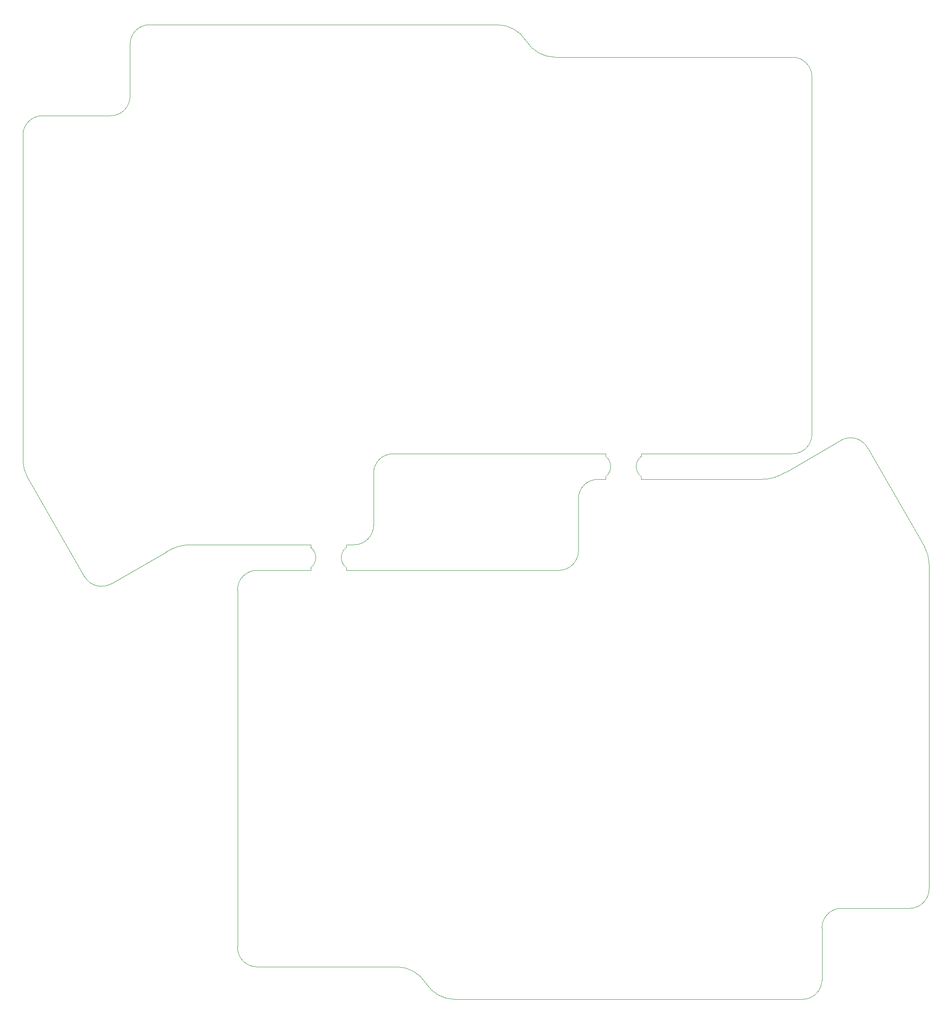
<source format=gbr>
%TF.GenerationSoftware,KiCad,Pcbnew,(6.0.7-1)-1*%
%TF.CreationDate,2023-01-14T16:38:51+08:00*%
%TF.ProjectId,prelude,7072656c-7564-4652-9e6b-696361645f70,rev?*%
%TF.SameCoordinates,Original*%
%TF.FileFunction,Profile,NP*%
%FSLAX46Y46*%
G04 Gerber Fmt 4.6, Leading zero omitted, Abs format (unit mm)*
G04 Created by KiCad (PCBNEW (6.0.7-1)-1) date 2023-01-14 16:38:51*
%MOMM*%
%LPD*%
G01*
G04 APERTURE LIST*
%TA.AperFunction,Profile*%
%ADD10C,0.100000*%
%TD*%
%TA.AperFunction,Profile*%
%ADD11C,0.120000*%
%TD*%
G04 APERTURE END LIST*
D10*
X-127585000Y-83740000D02*
X-118585000Y-83740000D01*
X-50910000Y-60960000D02*
X-22860000Y-60960000D01*
X-173355000Y1270000D02*
X-173355000Y-14230000D01*
X3860000Y-145970000D02*
X3860000Y-130470000D01*
X3860000Y-87470000D02*
X3860000Y-130470000D01*
X-173355000Y-57230000D02*
X-173355000Y-14230000D01*
X-74930000Y19685000D02*
G75*
G03*
X-69215000Y16510000I5710237J3547426D01*
G01*
X-74929997Y19685002D02*
G75*
G03*
X-80645000Y22860000I-5710233J-3547422D01*
G01*
X-94564997Y-164384998D02*
G75*
G03*
X-100280000Y-161210000I-5710233J-3547422D01*
G01*
X-94565000Y-164385000D02*
G75*
G03*
X-88850000Y-167560000I5710231J3547416D01*
G01*
X-24207000Y-64563000D02*
X-13412000Y-58340000D01*
X-8205000Y-59737000D02*
X2971000Y-79168000D01*
X-50910000Y-65960000D02*
X-28906000Y-65960000D01*
X-13285000Y-149779997D02*
G75*
G03*
X-17095000Y-153590000I3J-3810003D01*
G01*
X-127585000Y-83739977D02*
G75*
G03*
X-131395000Y-87550000I23J-3810023D01*
G01*
X-60910000Y-65959977D02*
G75*
G03*
X-64720000Y-69770000I23J-3810023D01*
G01*
X-64720000Y-79930000D02*
X-64720000Y-69770000D01*
X-108585000Y-83740000D02*
X-68530000Y-83740000D01*
X50000Y-149780000D02*
G75*
G03*
X3860000Y-145970000I1J3809999D01*
G01*
X-131395000Y-87550000D02*
X-131395000Y-157400000D01*
X-131394977Y-157400000D02*
G75*
G03*
X-127585000Y-161210000I3810000J0D01*
G01*
X-8204996Y-59736998D02*
G75*
G03*
X-13412000Y-58340000I-3302001J-1905002D01*
G01*
X-28906000Y-65960020D02*
G75*
G03*
X-24207000Y-64563000I18623J8538620D01*
G01*
X-20905000Y-167560000D02*
X-88850000Y-167560000D01*
X-20905000Y-167559997D02*
G75*
G03*
X-17095000Y-163750000I3J3809997D01*
G01*
X-17095000Y-163750000D02*
X-17095000Y-153590000D01*
X3860000Y-87470000D02*
X3860000Y-82470000D01*
X-13285000Y-149780000D02*
X50000Y-149780000D01*
X-127585000Y-161210000D02*
X-100280000Y-161210000D01*
X3859997Y-82470000D02*
G75*
G03*
X2971000Y-79168000I-6635934J-15920D01*
G01*
X-68530000Y-83739977D02*
G75*
G03*
X-64720000Y-79930000I23J3809977D01*
G01*
X-19050000Y-57150000D02*
X-19050000Y12700000D01*
X-22860000Y16510000D02*
X-69215000Y16510000D01*
X-148590000Y22860000D02*
X-80645000Y22860000D01*
X-152400000Y19050000D02*
X-152400000Y8890000D01*
X-161290000Y-84963000D02*
X-172466000Y-65532000D01*
X-173355000Y-57230000D02*
X-173355000Y-62230000D01*
X-156210000Y5080000D02*
X-169545000Y5080000D01*
X-161290000Y-84963000D02*
G75*
G03*
X-156083000Y-86360000I3302000J1905000D01*
G01*
X-140589000Y-78740000D02*
G75*
G03*
X-145288000Y-80137000I-18645J-8538650D01*
G01*
X-145288000Y-80137000D02*
X-156083000Y-86360000D01*
X-118585000Y-78740000D02*
X-140589000Y-78740000D01*
X-104775000Y-64770000D02*
X-104775000Y-74930000D01*
X-60910000Y-60960000D02*
X-100965000Y-60960000D01*
X-100965000Y-60960000D02*
G75*
G03*
X-104775000Y-64770000I-1J-3809999D01*
G01*
X-108585000Y-78740000D02*
G75*
G03*
X-104775000Y-74930000I0J3810000D01*
G01*
X-173355000Y-62230000D02*
G75*
G03*
X-172466000Y-65532000I6635925J15922D01*
G01*
X-169545000Y5080000D02*
G75*
G03*
X-173355000Y1270000I0J-3810000D01*
G01*
X-156210000Y5080000D02*
G75*
G03*
X-152400000Y8890000I0J3810000D01*
G01*
X-148590000Y22860000D02*
G75*
G03*
X-152400000Y19050000I0J-3810000D01*
G01*
X-19050000Y12700000D02*
G75*
G03*
X-22860000Y16510000I-3809999J1D01*
G01*
X-22860000Y-60960000D02*
G75*
G03*
X-19050000Y-57150000I0J3810000D01*
G01*
D11*
%TO.C,mouse-bite-5mm-slot*%
X-52410000Y-65960000D02*
X-50910000Y-65960000D01*
X-59410000Y-61460000D02*
X-59410000Y-60960000D01*
X-52410000Y-60960000D02*
X-52410000Y-61460000D01*
X-59410000Y-60960000D02*
X-60910000Y-60960000D01*
X-59410000Y-65960000D02*
X-60910000Y-65960000D01*
X-52410000Y-65460000D02*
X-52410000Y-65960000D01*
X-59410000Y-65460000D02*
X-59410000Y-65960000D01*
X-50910000Y-60960000D02*
X-52410000Y-60960000D01*
D10*
X-59410000Y-65460000D02*
G75*
G03*
X-59410000Y-61460000I-1499995J2000000D01*
G01*
X-52410000Y-61460000D02*
G75*
G03*
X-52410000Y-65460000I1500000J-2000000D01*
G01*
X-110085000Y-79240000D02*
G75*
G03*
X-110085000Y-83240000I1500000J-2000000D01*
G01*
X-117085000Y-83240000D02*
G75*
G03*
X-117085000Y-79240000I-1499995J2000000D01*
G01*
D11*
X-108585000Y-78740000D02*
X-110085000Y-78740000D01*
X-117085000Y-83240000D02*
X-117085000Y-83740000D01*
X-110085000Y-83240000D02*
X-110085000Y-83740000D01*
X-117085000Y-83740000D02*
X-118585000Y-83740000D01*
X-117085000Y-78740000D02*
X-118585000Y-78740000D01*
X-110085000Y-78740000D02*
X-110085000Y-79240000D01*
X-117085000Y-79240000D02*
X-117085000Y-78740000D01*
X-110085000Y-83740000D02*
X-108585000Y-83740000D01*
%TD*%
M02*

</source>
